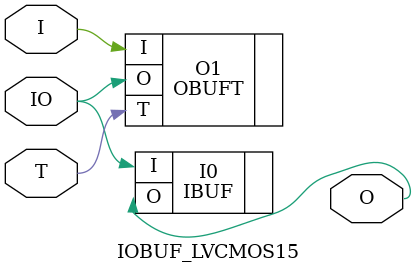
<source format=v>


`timescale  1 ps / 1 ps


module IOBUF_LVCMOS15 (O, IO, I, T);

    output O;

    inout  IO;

    input  I, T;

        OBUFT #(.IOSTANDARD("LVCMOS15") ) O1 (.O(IO), .I(I), .T(T)); 
	IBUF #(.IOSTANDARD("LVCMOS15"))  I0 (.O(O), .I(IO));
        

endmodule



</source>
